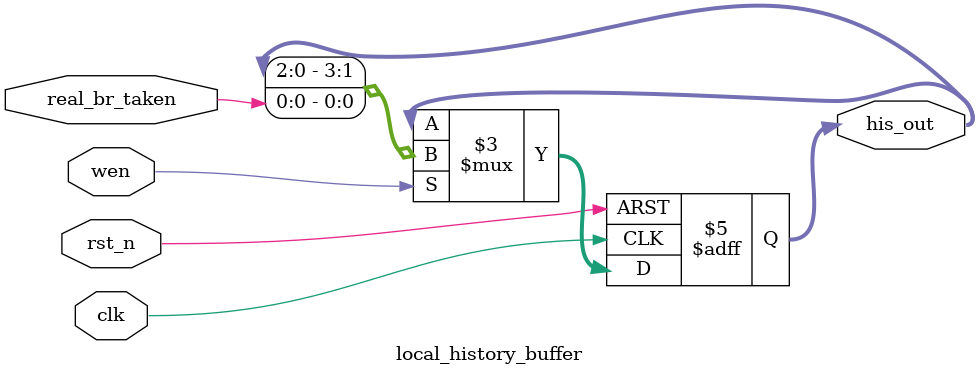
<source format=v>
module local_history_buffer (clk,rst_n,wen,real_br_taken,his_out);
    input clk,rst_n,wen;
    input real_br_taken;
    output [3:0] his_out;

    reg [3:0] his_out;

    always@(posedge clk or negedge rst_n)   begin
        if (!rst_n) begin
            his_out=4'b0000;
        end
        else if (wen)   begin
            his_out<={his_out[2:0],real_br_taken};
        end
    end

endmodule


</source>
